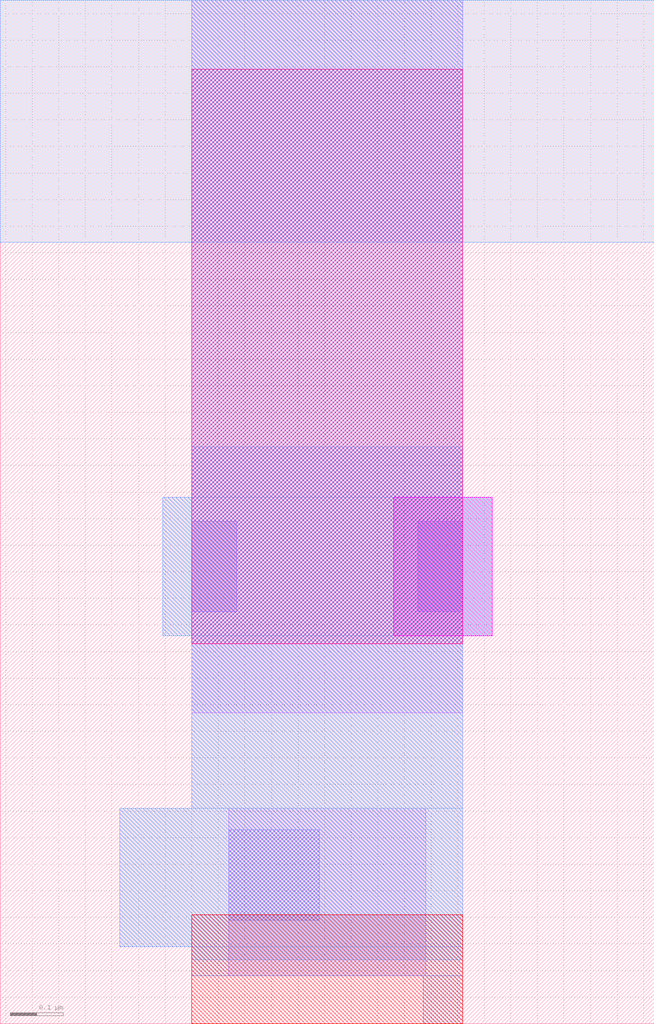
<source format=lef>
# Copyright 2020 The SkyWater PDK Authors
#
# Licensed under the Apache License, Version 2.0 (the "License");
# you may not use this file except in compliance with the License.
# You may obtain a copy of the License at
#
#     https://www.apache.org/licenses/LICENSE-2.0
#
# Unless required by applicable law or agreed to in writing, software
# distributed under the License is distributed on an "AS IS" BASIS,
# WITHOUT WARRANTIES OR CONDITIONS OF ANY KIND, either express or implied.
# See the License for the specific language governing permissions and
# limitations under the License.
#
# SPDX-License-Identifier: Apache-2.0

VERSION 5.7 ;
  NOWIREEXTENSIONATPIN ON ;
  DIVIDERCHAR "/" ;
  BUSBITCHARS "[]" ;
MACRO sky130_fd_bd_sram__sram_dp_colend_cent_opt1
  CLASS BLOCK ;
  FOREIGN sky130_fd_bd_sram__sram_dp_colend_cent_opt1 ;
  ORIGIN  0.360000  0.000000 ;
  SIZE  1.230000 BY  1.925000 ;
  OBS
    LAYER li1 ;
      RECT 0.000000 0.585000 0.510000 1.925000 ;
      RECT 0.070000 0.090000 0.440000 0.405000 ;
    LAYER mcon ;
      RECT 0.000000 0.775000 0.085000 0.945000 ;
      RECT 0.070000 0.195000 0.240000 0.365000 ;
      RECT 0.425000 0.775000 0.510000 0.945000 ;
    LAYER met1 ;
      RECT -0.135000 0.145000 0.510000 0.405000 ;
      RECT -0.055000 0.730000 0.565000 0.990000 ;
      RECT  0.000000 0.090000 0.510000 0.145000 ;
      RECT  0.000000 0.405000 0.510000 0.730000 ;
      RECT  0.000000 0.990000 0.510000 1.925000 ;
      RECT  0.435000 0.000000 0.510000 0.090000 ;
    LAYER met2 ;
      RECT -0.360000 1.470000 0.870000 1.925000 ;
      RECT -0.135000 0.145000 0.510000 0.405000 ;
      RECT -0.055000 0.730000 0.565000 0.990000 ;
      RECT  0.000000 0.120000 0.510000 0.145000 ;
      RECT  0.000000 0.405000 0.510000 0.730000 ;
      RECT  0.000000 0.990000 0.510000 1.085000 ;
    LAYER met3 ;
      RECT 0.000000 0.000000 0.510000 0.205000 ;
    LAYER pwell ;
      RECT 0.000000 0.715000 0.510000 1.795000 ;
    LAYER via ;
      RECT 0.380000 0.730000 0.565000 0.990000 ;
  END
END sky130_fd_bd_sram__sram_dp_colend_cent_opt1
END LIBRARY

</source>
